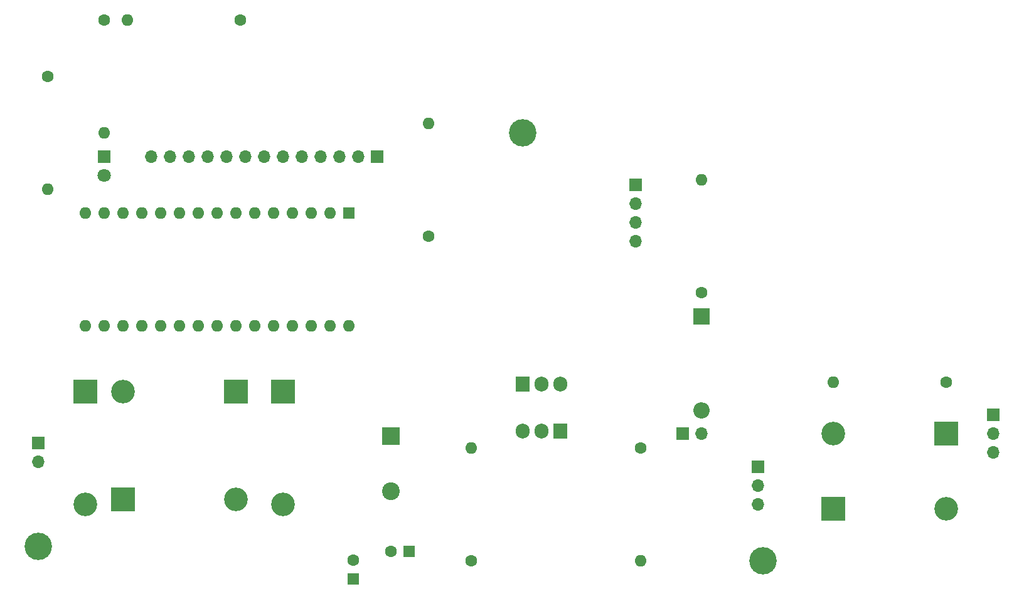
<source format=gbr>
%TF.GenerationSoftware,KiCad,Pcbnew,(6.0.5)*%
%TF.CreationDate,2022-12-29T23:16:15-04:00*%
%TF.ProjectId,Alimentation project,416c696d-656e-4746-9174-696f6e207072,rev?*%
%TF.SameCoordinates,Original*%
%TF.FileFunction,Soldermask,Bot*%
%TF.FilePolarity,Negative*%
%FSLAX46Y46*%
G04 Gerber Fmt 4.6, Leading zero omitted, Abs format (unit mm)*
G04 Created by KiCad (PCBNEW (6.0.5)) date 2022-12-29 23:16:15*
%MOMM*%
%LPD*%
G01*
G04 APERTURE LIST*
%ADD10R,1.700000X1.700000*%
%ADD11O,1.700000X1.700000*%
%ADD12C,3.700000*%
%ADD13R,1.905000X2.000000*%
%ADD14O,1.905000X2.000000*%
%ADD15R,3.200000X3.200000*%
%ADD16O,3.200000X3.200000*%
%ADD17C,1.600000*%
%ADD18O,1.600000X1.600000*%
%ADD19R,2.200000X2.200000*%
%ADD20O,2.200000X2.200000*%
%ADD21R,2.400000X2.400000*%
%ADD22C,2.400000*%
%ADD23R,1.600000X1.600000*%
%ADD24R,1.800000X1.800000*%
%ADD25C,1.800000*%
G04 APERTURE END LIST*
D10*
%TO.C,MES1*%
X128270000Y-107950000D03*
D11*
X130810000Y-107950000D03*
%TD*%
D10*
%TO.C,REF\u002A\u002A*%
X121920000Y-74295000D03*
D11*
X121920000Y-76835000D03*
X121920000Y-79375000D03*
X121920000Y-81915000D03*
%TD*%
D12*
%TO.C,REF\u002A\u002A*%
X106680000Y-67310000D03*
%TD*%
D13*
%TO.C,U1*%
X106680000Y-101275000D03*
D14*
X109220000Y-101275000D03*
X111760000Y-101275000D03*
%TD*%
D10*
%TO.C,RV1*%
X138430000Y-112410000D03*
D11*
X138430000Y-114950000D03*
X138430000Y-117490000D03*
%TD*%
D15*
%TO.C,D3*%
X52705000Y-116840000D03*
D16*
X67945000Y-116840000D03*
%TD*%
D17*
%TO.C,R3*%
X130810000Y-88900000D03*
D18*
X130810000Y-73660000D03*
%TD*%
D17*
%TO.C,R1*%
X99695000Y-125095000D03*
D18*
X99695000Y-109855000D03*
%TD*%
D19*
%TO.C,D7*%
X130810000Y-92075000D03*
D20*
X130810000Y-104775000D03*
%TD*%
D10*
%TO.C,REF\u002A\u002A*%
X86980000Y-70485000D03*
D11*
X84440000Y-70485000D03*
X81900000Y-70485000D03*
X79360000Y-70485000D03*
X76820000Y-70485000D03*
X74280000Y-70485000D03*
X71740000Y-70485000D03*
X69200000Y-70485000D03*
X66660000Y-70485000D03*
X64120000Y-70485000D03*
X61580000Y-70485000D03*
X59040000Y-70485000D03*
X56500000Y-70485000D03*
%TD*%
D21*
%TO.C,C1*%
X88900000Y-108247246D03*
D22*
X88900000Y-115747246D03*
%TD*%
D17*
%TO.C,R8*%
X50165000Y-52070000D03*
D18*
X50165000Y-67310000D03*
%TD*%
D12*
%TO.C,REF\u002A\u002A*%
X41275000Y-123190000D03*
%TD*%
D13*
%TO.C,U2*%
X111760000Y-107625000D03*
D14*
X109220000Y-107625000D03*
X106680000Y-107625000D03*
%TD*%
D23*
%TO.C,C2*%
X91375113Y-123825000D03*
D17*
X88875113Y-123825000D03*
%TD*%
D15*
%TO.C,D1*%
X47625000Y-102235000D03*
D16*
X47625000Y-117475000D03*
%TD*%
D23*
%TO.C,C3*%
X83820000Y-127570113D03*
D17*
X83820000Y-125070113D03*
%TD*%
D23*
%TO.C,A1*%
X83185000Y-78115000D03*
D18*
X80645000Y-78115000D03*
X78105000Y-78115000D03*
X75565000Y-78115000D03*
X73025000Y-78115000D03*
X70485000Y-78115000D03*
X67945000Y-78115000D03*
X65405000Y-78115000D03*
X62865000Y-78115000D03*
X60325000Y-78115000D03*
X57785000Y-78115000D03*
X55245000Y-78115000D03*
X52705000Y-78115000D03*
X50165000Y-78115000D03*
X47625000Y-78115000D03*
X47625000Y-93355000D03*
X50165000Y-93355000D03*
X52705000Y-93355000D03*
X55245000Y-93355000D03*
X57785000Y-93355000D03*
X60325000Y-93355000D03*
X62865000Y-93355000D03*
X65405000Y-93355000D03*
X67945000Y-93355000D03*
X70485000Y-93355000D03*
X73025000Y-93355000D03*
X75565000Y-93355000D03*
X78105000Y-93355000D03*
X80645000Y-93355000D03*
X83185000Y-93355000D03*
%TD*%
D15*
%TO.C,D2*%
X67945000Y-102235000D03*
D16*
X52705000Y-102235000D03*
%TD*%
D17*
%TO.C,R7*%
X68580000Y-52070000D03*
D18*
X53340000Y-52070000D03*
%TD*%
D10*
%TO.C,REF\u002A\u002A*%
X170180000Y-105410000D03*
D11*
X170180000Y-107950000D03*
X170180000Y-110490000D03*
%TD*%
D17*
%TO.C,R2*%
X122555000Y-109855000D03*
D18*
X122555000Y-125095000D03*
%TD*%
D17*
%TO.C,R6*%
X163830000Y-100965000D03*
D18*
X148590000Y-100965000D03*
%TD*%
D15*
%TO.C,D5*%
X163830000Y-107950000D03*
D16*
X148590000Y-107950000D03*
%TD*%
D15*
%TO.C,D6*%
X148590000Y-118110000D03*
D16*
X163830000Y-118110000D03*
%TD*%
D15*
%TO.C,D4*%
X74295000Y-102235000D03*
D16*
X74295000Y-117475000D03*
%TD*%
D24*
%TO.C,D8*%
X50165000Y-70485000D03*
D25*
X50165000Y-73025000D03*
%TD*%
D17*
%TO.C,R4*%
X93980000Y-81280000D03*
D18*
X93980000Y-66040000D03*
%TD*%
D10*
%TO.C,REF\u002A\u002A*%
X41275000Y-109220000D03*
D11*
X41275000Y-111760000D03*
%TD*%
D12*
%TO.C,REF\u002A\u002A*%
X139065000Y-125095000D03*
%TD*%
D17*
%TO.C,R5*%
X42545000Y-59690000D03*
D18*
X42545000Y-74930000D03*
%TD*%
M02*

</source>
